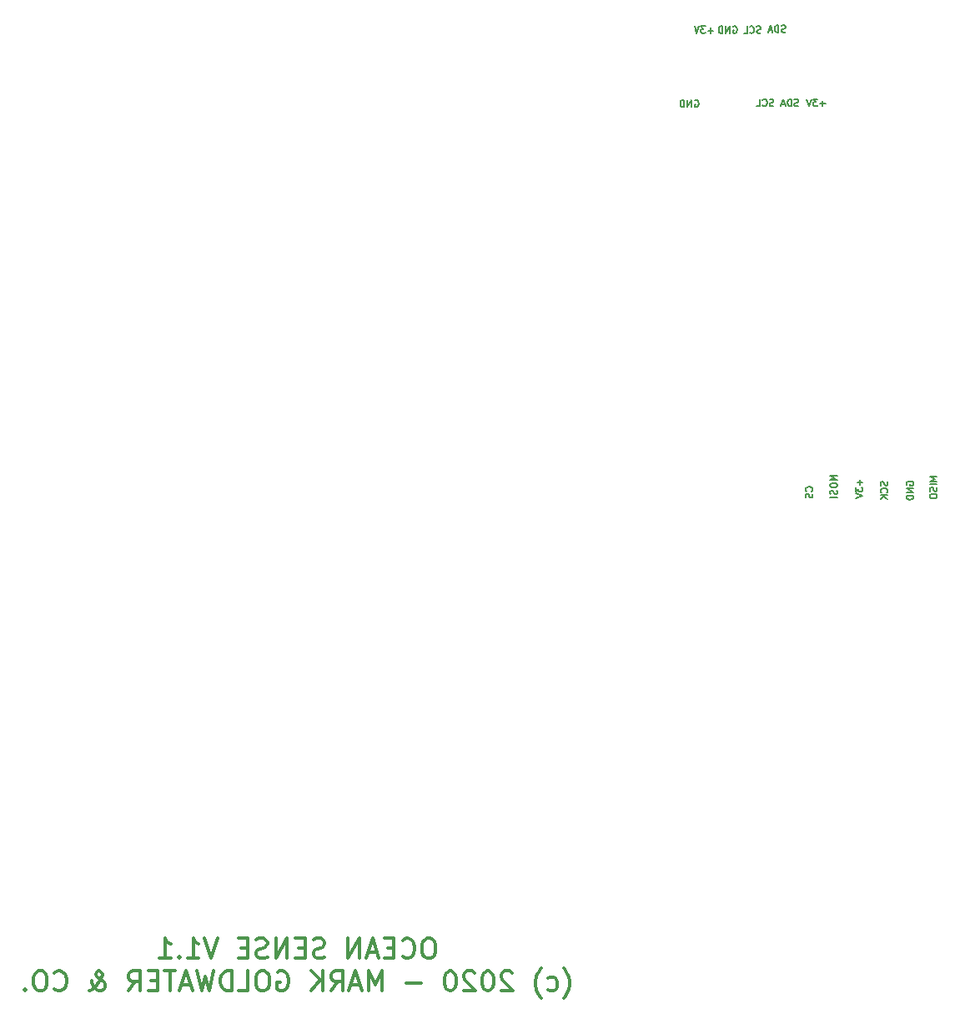
<source format=gbr>
G04 #@! TF.GenerationSoftware,KiCad,Pcbnew,(5.1.5)-3*
G04 #@! TF.CreationDate,2020-11-22T23:45:11-05:00*
G04 #@! TF.ProjectId,OceanSense,4f636561-6e53-4656-9e73-652e6b696361,rev?*
G04 #@! TF.SameCoordinates,Original*
G04 #@! TF.FileFunction,Legend,Bot*
G04 #@! TF.FilePolarity,Positive*
%FSLAX46Y46*%
G04 Gerber Fmt 4.6, Leading zero omitted, Abs format (unit mm)*
G04 Created by KiCad (PCBNEW (5.1.5)-3) date 2020-11-22 23:45:11*
%MOMM*%
%LPD*%
G04 APERTURE LIST*
%ADD10C,0.300000*%
%ADD11C,0.150000*%
G04 APERTURE END LIST*
D10*
X3523809Y417745238D02*
X3142857Y417745238D01*
X2952380Y417650000D01*
X2761904Y417459523D01*
X2666666Y417078571D01*
X2666666Y416411904D01*
X2761904Y416030952D01*
X2952380Y415840476D01*
X3142857Y415745238D01*
X3523809Y415745238D01*
X3714285Y415840476D01*
X3904761Y416030952D01*
X4000000Y416411904D01*
X4000000Y417078571D01*
X3904761Y417459523D01*
X3714285Y417650000D01*
X3523809Y417745238D01*
X666666Y415935714D02*
X761904Y415840476D01*
X1047619Y415745238D01*
X1238095Y415745238D01*
X1523809Y415840476D01*
X1714285Y416030952D01*
X1809523Y416221428D01*
X1904761Y416602380D01*
X1904761Y416888095D01*
X1809523Y417269047D01*
X1714285Y417459523D01*
X1523809Y417650000D01*
X1238095Y417745238D01*
X1047619Y417745238D01*
X761904Y417650000D01*
X666666Y417554761D01*
X-190476Y416792857D02*
X-857142Y416792857D01*
X-1142857Y415745238D02*
X-190476Y415745238D01*
X-190476Y417745238D01*
X-1142857Y417745238D01*
X-1904761Y416316666D02*
X-2857142Y416316666D01*
X-1714285Y415745238D02*
X-2380952Y417745238D01*
X-3047619Y415745238D01*
X-3714285Y415745238D02*
X-3714285Y417745238D01*
X-4857142Y415745238D01*
X-4857142Y417745238D01*
X-7238095Y415840476D02*
X-7523809Y415745238D01*
X-7999999Y415745238D01*
X-8190476Y415840476D01*
X-8285714Y415935714D01*
X-8380952Y416126190D01*
X-8380952Y416316666D01*
X-8285714Y416507142D01*
X-8190476Y416602380D01*
X-7999999Y416697619D01*
X-7619047Y416792857D01*
X-7428571Y416888095D01*
X-7333333Y416983333D01*
X-7238095Y417173809D01*
X-7238095Y417364285D01*
X-7333333Y417554761D01*
X-7428571Y417650000D01*
X-7619047Y417745238D01*
X-8095238Y417745238D01*
X-8380952Y417650000D01*
X-9238095Y416792857D02*
X-9904761Y416792857D01*
X-10190476Y415745238D02*
X-9238095Y415745238D01*
X-9238095Y417745238D01*
X-10190476Y417745238D01*
X-11047619Y415745238D02*
X-11047619Y417745238D01*
X-12190476Y415745238D01*
X-12190476Y417745238D01*
X-13047619Y415840476D02*
X-13333333Y415745238D01*
X-13809523Y415745238D01*
X-13999999Y415840476D01*
X-14095238Y415935714D01*
X-14190476Y416126190D01*
X-14190476Y416316666D01*
X-14095238Y416507142D01*
X-13999999Y416602380D01*
X-13809523Y416697619D01*
X-13428571Y416792857D01*
X-13238095Y416888095D01*
X-13142857Y416983333D01*
X-13047619Y417173809D01*
X-13047619Y417364285D01*
X-13142857Y417554761D01*
X-13238095Y417650000D01*
X-13428571Y417745238D01*
X-13904761Y417745238D01*
X-14190476Y417650000D01*
X-15047619Y416792857D02*
X-15714285Y416792857D01*
X-15999999Y415745238D02*
X-15047619Y415745238D01*
X-15047619Y417745238D01*
X-15999999Y417745238D01*
X-18095238Y417745238D02*
X-18761904Y415745238D01*
X-19428571Y417745238D01*
X-21142857Y415745238D02*
X-19999999Y415745238D01*
X-20571428Y415745238D02*
X-20571428Y417745238D01*
X-20380952Y417459523D01*
X-20190476Y417269047D01*
X-19999999Y417173809D01*
X-21999999Y415935714D02*
X-22095238Y415840476D01*
X-21999999Y415745238D01*
X-21904761Y415840476D01*
X-21999999Y415935714D01*
X-21999999Y415745238D01*
X-23999999Y415745238D02*
X-22857142Y415745238D01*
X-23428571Y415745238D02*
X-23428571Y417745238D01*
X-23238095Y417459523D01*
X-23047619Y417269047D01*
X-22857142Y417173809D01*
X17047619Y411683333D02*
X17142857Y411778571D01*
X17333333Y412064285D01*
X17428571Y412254761D01*
X17523809Y412540476D01*
X17619047Y413016666D01*
X17619047Y413397619D01*
X17523809Y413873809D01*
X17428571Y414159523D01*
X17333333Y414350000D01*
X17142857Y414635714D01*
X17047619Y414730952D01*
X15428571Y412540476D02*
X15619047Y412445238D01*
X16000000Y412445238D01*
X16190476Y412540476D01*
X16285714Y412635714D01*
X16380952Y412826190D01*
X16380952Y413397619D01*
X16285714Y413588095D01*
X16190476Y413683333D01*
X16000000Y413778571D01*
X15619047Y413778571D01*
X15428571Y413683333D01*
X14761904Y411683333D02*
X14666666Y411778571D01*
X14476190Y412064285D01*
X14380952Y412254761D01*
X14285714Y412540476D01*
X14190476Y413016666D01*
X14190476Y413397619D01*
X14285714Y413873809D01*
X14380952Y414159523D01*
X14476190Y414350000D01*
X14666666Y414635714D01*
X14761904Y414730952D01*
X11809523Y414254761D02*
X11714285Y414350000D01*
X11523809Y414445238D01*
X11047619Y414445238D01*
X10857142Y414350000D01*
X10761904Y414254761D01*
X10666666Y414064285D01*
X10666666Y413873809D01*
X10761904Y413588095D01*
X11904761Y412445238D01*
X10666666Y412445238D01*
X9428571Y414445238D02*
X9238095Y414445238D01*
X9047619Y414350000D01*
X8952380Y414254761D01*
X8857142Y414064285D01*
X8761904Y413683333D01*
X8761904Y413207142D01*
X8857142Y412826190D01*
X8952380Y412635714D01*
X9047619Y412540476D01*
X9238095Y412445238D01*
X9428571Y412445238D01*
X9619047Y412540476D01*
X9714285Y412635714D01*
X9809523Y412826190D01*
X9904761Y413207142D01*
X9904761Y413683333D01*
X9809523Y414064285D01*
X9714285Y414254761D01*
X9619047Y414350000D01*
X9428571Y414445238D01*
X8000000Y414254761D02*
X7904761Y414350000D01*
X7714285Y414445238D01*
X7238095Y414445238D01*
X7047619Y414350000D01*
X6952380Y414254761D01*
X6857142Y414064285D01*
X6857142Y413873809D01*
X6952380Y413588095D01*
X8095238Y412445238D01*
X6857142Y412445238D01*
X5619047Y414445238D02*
X5428571Y414445238D01*
X5238095Y414350000D01*
X5142857Y414254761D01*
X5047619Y414064285D01*
X4952380Y413683333D01*
X4952380Y413207142D01*
X5047619Y412826190D01*
X5142857Y412635714D01*
X5238095Y412540476D01*
X5428571Y412445238D01*
X5619047Y412445238D01*
X5809523Y412540476D01*
X5904761Y412635714D01*
X6000000Y412826190D01*
X6095238Y413207142D01*
X6095238Y413683333D01*
X6000000Y414064285D01*
X5904761Y414254761D01*
X5809523Y414350000D01*
X5619047Y414445238D01*
X2571428Y413207142D02*
X1047619Y413207142D01*
X-1428571Y412445238D02*
X-1428571Y414445238D01*
X-2095238Y413016666D01*
X-2761904Y414445238D01*
X-2761904Y412445238D01*
X-3619047Y413016666D02*
X-4571428Y413016666D01*
X-3428571Y412445238D02*
X-4095238Y414445238D01*
X-4761904Y412445238D01*
X-6571428Y412445238D02*
X-5904761Y413397619D01*
X-5428571Y412445238D02*
X-5428571Y414445238D01*
X-6190476Y414445238D01*
X-6380952Y414350000D01*
X-6476190Y414254761D01*
X-6571428Y414064285D01*
X-6571428Y413778571D01*
X-6476190Y413588095D01*
X-6380952Y413492857D01*
X-6190476Y413397619D01*
X-5428571Y413397619D01*
X-7428571Y412445238D02*
X-7428571Y414445238D01*
X-8571428Y412445238D02*
X-7714285Y413588095D01*
X-8571428Y414445238D02*
X-7428571Y413302380D01*
X-11999999Y414350000D02*
X-11809523Y414445238D01*
X-11523809Y414445238D01*
X-11238095Y414350000D01*
X-11047619Y414159523D01*
X-10952380Y413969047D01*
X-10857142Y413588095D01*
X-10857142Y413302380D01*
X-10952380Y412921428D01*
X-11047619Y412730952D01*
X-11238095Y412540476D01*
X-11523809Y412445238D01*
X-11714285Y412445238D01*
X-11999999Y412540476D01*
X-12095238Y412635714D01*
X-12095238Y413302380D01*
X-11714285Y413302380D01*
X-13333333Y414445238D02*
X-13714285Y414445238D01*
X-13904761Y414350000D01*
X-14095238Y414159523D01*
X-14190476Y413778571D01*
X-14190476Y413111904D01*
X-14095238Y412730952D01*
X-13904761Y412540476D01*
X-13714285Y412445238D01*
X-13333333Y412445238D01*
X-13142857Y412540476D01*
X-12952380Y412730952D01*
X-12857142Y413111904D01*
X-12857142Y413778571D01*
X-12952380Y414159523D01*
X-13142857Y414350000D01*
X-13333333Y414445238D01*
X-15999999Y412445238D02*
X-15047619Y412445238D01*
X-15047619Y414445238D01*
X-16666666Y412445238D02*
X-16666666Y414445238D01*
X-17142857Y414445238D01*
X-17428571Y414350000D01*
X-17619047Y414159523D01*
X-17714285Y413969047D01*
X-17809523Y413588095D01*
X-17809523Y413302380D01*
X-17714285Y412921428D01*
X-17619047Y412730952D01*
X-17428571Y412540476D01*
X-17142857Y412445238D01*
X-16666666Y412445238D01*
X-18476190Y414445238D02*
X-18952380Y412445238D01*
X-19333333Y413873809D01*
X-19714285Y412445238D01*
X-20190476Y414445238D01*
X-20857142Y413016666D02*
X-21809523Y413016666D01*
X-20666666Y412445238D02*
X-21333333Y414445238D01*
X-21999999Y412445238D01*
X-22380952Y414445238D02*
X-23523809Y414445238D01*
X-22952380Y412445238D02*
X-22952380Y414445238D01*
X-24190476Y413492857D02*
X-24857142Y413492857D01*
X-25142857Y412445238D02*
X-24190476Y412445238D01*
X-24190476Y414445238D01*
X-25142857Y414445238D01*
X-27142857Y412445238D02*
X-26476190Y413397619D01*
X-25999999Y412445238D02*
X-25999999Y414445238D01*
X-26761904Y414445238D01*
X-26952380Y414350000D01*
X-27047619Y414254761D01*
X-27142857Y414064285D01*
X-27142857Y413778571D01*
X-27047619Y413588095D01*
X-26952380Y413492857D01*
X-26761904Y413397619D01*
X-25999999Y413397619D01*
X-31142857Y412445238D02*
X-31047619Y412445238D01*
X-30857142Y412540476D01*
X-30571428Y412826190D01*
X-30095238Y413397619D01*
X-29904761Y413683333D01*
X-29809523Y413969047D01*
X-29809523Y414159523D01*
X-29904761Y414350000D01*
X-30095238Y414445238D01*
X-30190476Y414445238D01*
X-30380952Y414350000D01*
X-30476190Y414159523D01*
X-30476190Y414064285D01*
X-30380952Y413873809D01*
X-30285714Y413778571D01*
X-29714285Y413397619D01*
X-29619047Y413302380D01*
X-29523809Y413111904D01*
X-29523809Y412826190D01*
X-29619047Y412635714D01*
X-29714285Y412540476D01*
X-29904761Y412445238D01*
X-30190476Y412445238D01*
X-30380952Y412540476D01*
X-30476190Y412635714D01*
X-30761904Y413016666D01*
X-30857142Y413302380D01*
X-30857142Y413492857D01*
X-34666666Y412635714D02*
X-34571428Y412540476D01*
X-34285714Y412445238D01*
X-34095238Y412445238D01*
X-33809523Y412540476D01*
X-33619047Y412730952D01*
X-33523809Y412921428D01*
X-33428571Y413302380D01*
X-33428571Y413588095D01*
X-33523809Y413969047D01*
X-33619047Y414159523D01*
X-33809523Y414350000D01*
X-34095238Y414445238D01*
X-34285714Y414445238D01*
X-34571428Y414350000D01*
X-34666666Y414254761D01*
X-35904761Y414445238D02*
X-36285714Y414445238D01*
X-36476190Y414350000D01*
X-36666666Y414159523D01*
X-36761904Y413778571D01*
X-36761904Y413111904D01*
X-36666666Y412730952D01*
X-36476190Y412540476D01*
X-36285714Y412445238D01*
X-35904761Y412445238D01*
X-35714285Y412540476D01*
X-35523809Y412730952D01*
X-35428571Y413111904D01*
X-35428571Y413778571D01*
X-35523809Y414159523D01*
X-35714285Y414350000D01*
X-35904761Y414445238D01*
X-37619047Y412635714D02*
X-37714285Y412540476D01*
X-37619047Y412445238D01*
X-37523809Y412540476D01*
X-37619047Y412635714D01*
X-37619047Y412445238D01*
D11*
X42225000Y463116666D02*
X42258333Y463150000D01*
X42291666Y463250000D01*
X42291666Y463316666D01*
X42258333Y463416666D01*
X42191666Y463483333D01*
X42125000Y463516666D01*
X41991666Y463550000D01*
X41891666Y463550000D01*
X41758333Y463516666D01*
X41691666Y463483333D01*
X41625000Y463416666D01*
X41591666Y463316666D01*
X41591666Y463250000D01*
X41625000Y463150000D01*
X41658333Y463116666D01*
X42258333Y462850000D02*
X42291666Y462750000D01*
X42291666Y462583333D01*
X42258333Y462516666D01*
X42225000Y462483333D01*
X42158333Y462450000D01*
X42091666Y462450000D01*
X42025000Y462483333D01*
X41991666Y462516666D01*
X41958333Y462583333D01*
X41925000Y462716666D01*
X41891666Y462783333D01*
X41858333Y462816666D01*
X41791666Y462850000D01*
X41725000Y462850000D01*
X41658333Y462816666D01*
X41625000Y462783333D01*
X41591666Y462716666D01*
X41591666Y462550000D01*
X41625000Y462450000D01*
X44791666Y464700000D02*
X44091666Y464700000D01*
X44591666Y464466666D01*
X44091666Y464233333D01*
X44791666Y464233333D01*
X44091666Y463766666D02*
X44091666Y463633333D01*
X44125000Y463566666D01*
X44191666Y463500000D01*
X44325000Y463466666D01*
X44558333Y463466666D01*
X44691666Y463500000D01*
X44758333Y463566666D01*
X44791666Y463633333D01*
X44791666Y463766666D01*
X44758333Y463833333D01*
X44691666Y463900000D01*
X44558333Y463933333D01*
X44325000Y463933333D01*
X44191666Y463900000D01*
X44125000Y463833333D01*
X44091666Y463766666D01*
X44758333Y463200000D02*
X44791666Y463100000D01*
X44791666Y462933333D01*
X44758333Y462866666D01*
X44725000Y462833333D01*
X44658333Y462800000D01*
X44591666Y462800000D01*
X44525000Y462833333D01*
X44491666Y462866666D01*
X44458333Y462933333D01*
X44425000Y463066666D01*
X44391666Y463133333D01*
X44358333Y463166666D01*
X44291666Y463200000D01*
X44225000Y463200000D01*
X44158333Y463166666D01*
X44125000Y463133333D01*
X44091666Y463066666D01*
X44091666Y462900000D01*
X44125000Y462800000D01*
X44791666Y462500000D02*
X44091666Y462500000D01*
X49883333Y464100000D02*
X49916666Y464000000D01*
X49916666Y463833333D01*
X49883333Y463766666D01*
X49850000Y463733333D01*
X49783333Y463700000D01*
X49716666Y463700000D01*
X49650000Y463733333D01*
X49616666Y463766666D01*
X49583333Y463833333D01*
X49550000Y463966666D01*
X49516666Y464033333D01*
X49483333Y464066666D01*
X49416666Y464100000D01*
X49350000Y464100000D01*
X49283333Y464066666D01*
X49250000Y464033333D01*
X49216666Y463966666D01*
X49216666Y463800000D01*
X49250000Y463700000D01*
X49850000Y463000000D02*
X49883333Y463033333D01*
X49916666Y463133333D01*
X49916666Y463200000D01*
X49883333Y463300000D01*
X49816666Y463366666D01*
X49750000Y463400000D01*
X49616666Y463433333D01*
X49516666Y463433333D01*
X49383333Y463400000D01*
X49316666Y463366666D01*
X49250000Y463300000D01*
X49216666Y463200000D01*
X49216666Y463133333D01*
X49250000Y463033333D01*
X49283333Y463000000D01*
X49916666Y462700000D02*
X49216666Y462700000D01*
X49916666Y462300000D02*
X49516666Y462600000D01*
X49216666Y462300000D02*
X49616666Y462700000D01*
X54916666Y464600000D02*
X54216666Y464600000D01*
X54716666Y464366666D01*
X54216666Y464133333D01*
X54916666Y464133333D01*
X54916666Y463800000D02*
X54216666Y463800000D01*
X54883333Y463500000D02*
X54916666Y463400000D01*
X54916666Y463233333D01*
X54883333Y463166666D01*
X54850000Y463133333D01*
X54783333Y463100000D01*
X54716666Y463100000D01*
X54650000Y463133333D01*
X54616666Y463166666D01*
X54583333Y463233333D01*
X54550000Y463366666D01*
X54516666Y463433333D01*
X54483333Y463466666D01*
X54416666Y463500000D01*
X54350000Y463500000D01*
X54283333Y463466666D01*
X54250000Y463433333D01*
X54216666Y463366666D01*
X54216666Y463200000D01*
X54250000Y463100000D01*
X54216666Y462666666D02*
X54216666Y462533333D01*
X54250000Y462466666D01*
X54316666Y462400000D01*
X54450000Y462366666D01*
X54683333Y462366666D01*
X54816666Y462400000D01*
X54883333Y462466666D01*
X54916666Y462533333D01*
X54916666Y462666666D01*
X54883333Y462733333D01*
X54816666Y462800000D01*
X54683333Y462833333D01*
X54450000Y462833333D01*
X54316666Y462800000D01*
X54250000Y462733333D01*
X54216666Y462666666D01*
X47100000Y464300000D02*
X47100000Y463766666D01*
X47366666Y464033333D02*
X46833333Y464033333D01*
X46666666Y463500000D02*
X46666666Y463066666D01*
X46933333Y463300000D01*
X46933333Y463200000D01*
X46966666Y463133333D01*
X47000000Y463100000D01*
X47066666Y463066666D01*
X47233333Y463066666D01*
X47300000Y463100000D01*
X47333333Y463133333D01*
X47366666Y463200000D01*
X47366666Y463400000D01*
X47333333Y463466666D01*
X47300000Y463500000D01*
X46666666Y462866666D02*
X47366666Y462633333D01*
X46666666Y462400000D01*
X51850000Y463733333D02*
X51816666Y463800000D01*
X51816666Y463900000D01*
X51850000Y464000000D01*
X51916666Y464066666D01*
X51983333Y464100000D01*
X52116666Y464133333D01*
X52216666Y464133333D01*
X52350000Y464100000D01*
X52416666Y464066666D01*
X52483333Y464000000D01*
X52516666Y463900000D01*
X52516666Y463833333D01*
X52483333Y463733333D01*
X52450000Y463700000D01*
X52216666Y463700000D01*
X52216666Y463833333D01*
X52516666Y463400000D02*
X51816666Y463400000D01*
X52516666Y463000000D01*
X51816666Y463000000D01*
X52516666Y462666666D02*
X51816666Y462666666D01*
X51816666Y462500000D01*
X51850000Y462400000D01*
X51916666Y462333333D01*
X51983333Y462300000D01*
X52116666Y462266666D01*
X52216666Y462266666D01*
X52350000Y462300000D01*
X52416666Y462333333D01*
X52483333Y462400000D01*
X52516666Y462500000D01*
X52516666Y462666666D01*
X43600000Y502450000D02*
X43066666Y502450000D01*
X43333333Y502183333D02*
X43333333Y502716666D01*
X42800000Y502883333D02*
X42366666Y502883333D01*
X42600000Y502616666D01*
X42500000Y502616666D01*
X42433333Y502583333D01*
X42400000Y502550000D01*
X42366666Y502483333D01*
X42366666Y502316666D01*
X42400000Y502250000D01*
X42433333Y502216666D01*
X42500000Y502183333D01*
X42700000Y502183333D01*
X42766666Y502216666D01*
X42800000Y502250000D01*
X42166666Y502883333D02*
X41933333Y502183333D01*
X41700000Y502883333D01*
X40850000Y502216666D02*
X40750000Y502183333D01*
X40583333Y502183333D01*
X40516666Y502216666D01*
X40483333Y502250000D01*
X40450000Y502316666D01*
X40450000Y502383333D01*
X40483333Y502450000D01*
X40516666Y502483333D01*
X40583333Y502516666D01*
X40716666Y502550000D01*
X40783333Y502583333D01*
X40816666Y502616666D01*
X40850000Y502683333D01*
X40850000Y502750000D01*
X40816666Y502816666D01*
X40783333Y502850000D01*
X40716666Y502883333D01*
X40550000Y502883333D01*
X40450000Y502850000D01*
X40150000Y502183333D02*
X40150000Y502883333D01*
X39983333Y502883333D01*
X39883333Y502850000D01*
X39816666Y502783333D01*
X39783333Y502716666D01*
X39750000Y502583333D01*
X39750000Y502483333D01*
X39783333Y502350000D01*
X39816666Y502283333D01*
X39883333Y502216666D01*
X39983333Y502183333D01*
X40150000Y502183333D01*
X39483333Y502383333D02*
X39150000Y502383333D01*
X39550000Y502183333D02*
X39316666Y502883333D01*
X39083333Y502183333D01*
X38333333Y502216666D02*
X38233333Y502183333D01*
X38066666Y502183333D01*
X38000000Y502216666D01*
X37966666Y502250000D01*
X37933333Y502316666D01*
X37933333Y502383333D01*
X37966666Y502450000D01*
X38000000Y502483333D01*
X38066666Y502516666D01*
X38200000Y502550000D01*
X38266666Y502583333D01*
X38300000Y502616666D01*
X38333333Y502683333D01*
X38333333Y502750000D01*
X38300000Y502816666D01*
X38266666Y502850000D01*
X38200000Y502883333D01*
X38033333Y502883333D01*
X37933333Y502850000D01*
X37233333Y502250000D02*
X37266666Y502216666D01*
X37366666Y502183333D01*
X37433333Y502183333D01*
X37533333Y502216666D01*
X37600000Y502283333D01*
X37633333Y502350000D01*
X37666666Y502483333D01*
X37666666Y502583333D01*
X37633333Y502716666D01*
X37600000Y502783333D01*
X37533333Y502850000D01*
X37433333Y502883333D01*
X37366666Y502883333D01*
X37266666Y502850000D01*
X37233333Y502816666D01*
X36600000Y502183333D02*
X36933333Y502183333D01*
X36933333Y502883333D01*
X30333333Y502750000D02*
X30400000Y502783333D01*
X30500000Y502783333D01*
X30600000Y502750000D01*
X30666666Y502683333D01*
X30700000Y502616666D01*
X30733333Y502483333D01*
X30733333Y502383333D01*
X30700000Y502250000D01*
X30666666Y502183333D01*
X30600000Y502116666D01*
X30500000Y502083333D01*
X30433333Y502083333D01*
X30333333Y502116666D01*
X30300000Y502150000D01*
X30300000Y502383333D01*
X30433333Y502383333D01*
X30000000Y502083333D02*
X30000000Y502783333D01*
X29600000Y502083333D01*
X29600000Y502783333D01*
X29266666Y502083333D02*
X29266666Y502783333D01*
X29100000Y502783333D01*
X29000000Y502750000D01*
X28933333Y502683333D01*
X28900000Y502616666D01*
X28866666Y502483333D01*
X28866666Y502383333D01*
X28900000Y502250000D01*
X28933333Y502183333D01*
X29000000Y502116666D01*
X29100000Y502083333D01*
X29266666Y502083333D01*
X39550000Y509716666D02*
X39450000Y509683333D01*
X39283333Y509683333D01*
X39216666Y509716666D01*
X39183333Y509750000D01*
X39150000Y509816666D01*
X39150000Y509883333D01*
X39183333Y509950000D01*
X39216666Y509983333D01*
X39283333Y510016666D01*
X39416666Y510050000D01*
X39483333Y510083333D01*
X39516666Y510116666D01*
X39550000Y510183333D01*
X39550000Y510250000D01*
X39516666Y510316666D01*
X39483333Y510350000D01*
X39416666Y510383333D01*
X39250000Y510383333D01*
X39150000Y510350000D01*
X38850000Y509683333D02*
X38850000Y510383333D01*
X38683333Y510383333D01*
X38583333Y510350000D01*
X38516666Y510283333D01*
X38483333Y510216666D01*
X38450000Y510083333D01*
X38450000Y509983333D01*
X38483333Y509850000D01*
X38516666Y509783333D01*
X38583333Y509716666D01*
X38683333Y509683333D01*
X38850000Y509683333D01*
X38183333Y509883333D02*
X37850000Y509883333D01*
X38250000Y509683333D02*
X38016666Y510383333D01*
X37783333Y509683333D01*
X37033333Y509616666D02*
X36933333Y509583333D01*
X36766666Y509583333D01*
X36700000Y509616666D01*
X36666666Y509650000D01*
X36633333Y509716666D01*
X36633333Y509783333D01*
X36666666Y509850000D01*
X36700000Y509883333D01*
X36766666Y509916666D01*
X36900000Y509950000D01*
X36966666Y509983333D01*
X37000000Y510016666D01*
X37033333Y510083333D01*
X37033333Y510150000D01*
X37000000Y510216666D01*
X36966666Y510250000D01*
X36900000Y510283333D01*
X36733333Y510283333D01*
X36633333Y510250000D01*
X35933333Y509650000D02*
X35966666Y509616666D01*
X36066666Y509583333D01*
X36133333Y509583333D01*
X36233333Y509616666D01*
X36300000Y509683333D01*
X36333333Y509750000D01*
X36366666Y509883333D01*
X36366666Y509983333D01*
X36333333Y510116666D01*
X36300000Y510183333D01*
X36233333Y510250000D01*
X36133333Y510283333D01*
X36066666Y510283333D01*
X35966666Y510250000D01*
X35933333Y510216666D01*
X35300000Y509583333D02*
X35633333Y509583333D01*
X35633333Y510283333D01*
X34233333Y510250000D02*
X34300000Y510283333D01*
X34400000Y510283333D01*
X34500000Y510250000D01*
X34566666Y510183333D01*
X34600000Y510116666D01*
X34633333Y509983333D01*
X34633333Y509883333D01*
X34600000Y509750000D01*
X34566666Y509683333D01*
X34500000Y509616666D01*
X34400000Y509583333D01*
X34333333Y509583333D01*
X34233333Y509616666D01*
X34200000Y509650000D01*
X34200000Y509883333D01*
X34333333Y509883333D01*
X33900000Y509583333D02*
X33900000Y510283333D01*
X33500000Y509583333D01*
X33500000Y510283333D01*
X33166666Y509583333D02*
X33166666Y510283333D01*
X33000000Y510283333D01*
X32900000Y510250000D01*
X32833333Y510183333D01*
X32800000Y510116666D01*
X32766666Y509983333D01*
X32766666Y509883333D01*
X32800000Y509750000D01*
X32833333Y509683333D01*
X32900000Y509616666D01*
X33000000Y509583333D01*
X33166666Y509583333D01*
X32200000Y509850000D02*
X31666666Y509850000D01*
X31933333Y509583333D02*
X31933333Y510116666D01*
X31400000Y510283333D02*
X30966666Y510283333D01*
X31200000Y510016666D01*
X31100000Y510016666D01*
X31033333Y509983333D01*
X31000000Y509950000D01*
X30966666Y509883333D01*
X30966666Y509716666D01*
X31000000Y509650000D01*
X31033333Y509616666D01*
X31100000Y509583333D01*
X31300000Y509583333D01*
X31366666Y509616666D01*
X31400000Y509650000D01*
X30766666Y510283333D02*
X30533333Y509583333D01*
X30300000Y510283333D01*
M02*

</source>
